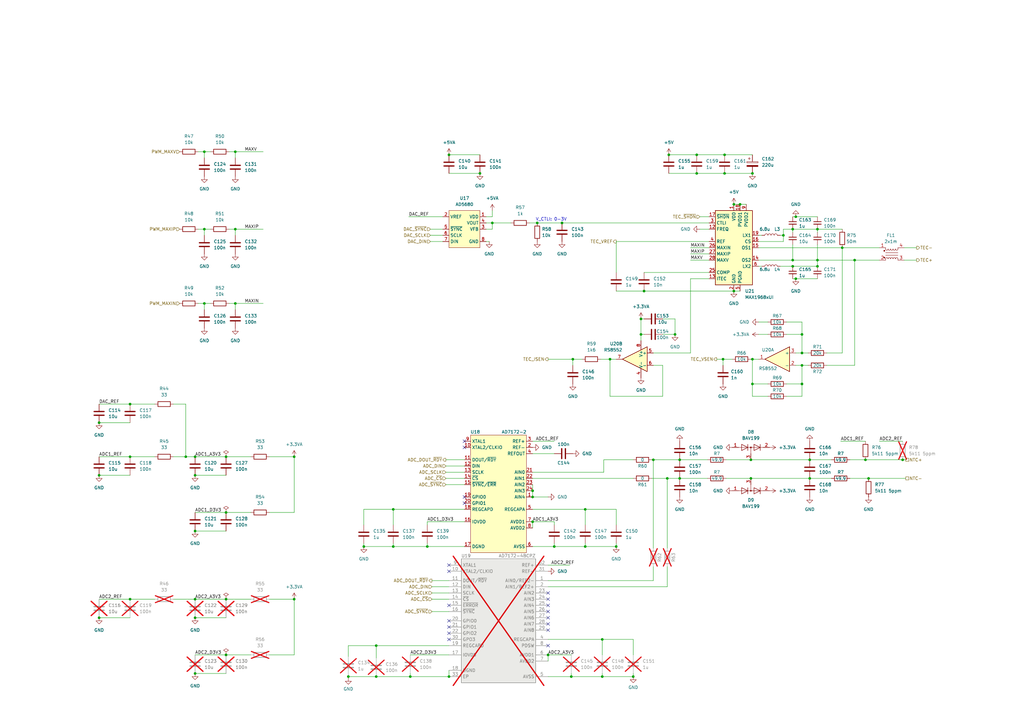
<source format=kicad_sch>
(kicad_sch (version 20230121) (generator eeschema)
  (paper "A3")
  (title_block (title "thermostat") (date "2023-11-09") (rev "r0_3") (company "M-Labs Limited") (comment 1 "Linus Woo Chun Kit"))
  (junction (at 300.99 119.38))
  (junction (at 267.97 188.595))
  (junction (at 350.52 106.68))
  (junction (at 297.18 63.5))
  (junction (at 274.32 63.5))
  (junction (at 300.99 83.82))
  (junction (at 201.93 91.44))
  (junction (at 252.73 224.155))
  (junction (at 96.52 62.23))
  (junction (at 53.34 245.745))
  (junction (at 161.29 208.915))
  (junction (at 92.71 268.605))
  (junction (at 325.12 106.68))
  (junction (at 234.95 147.32))
  (junction (at 83.82 62.23))
  (junction (at 40.64 173.355))
  (junction (at 80.01 217.805))
  (junction (at 120.65 187.325))
  (junction (at 40.64 253.365))
  (junction (at 120.65 245.745))
  (junction (at 218.44 213.995))
  (junction (at 154.305 277.495))
  (junction (at 328.93 149.86))
  (junction (at 354.965 188.595))
  (junction (at 296.545 147.32))
  (junction (at 218.44 203.835))
  (junction (at 184.15 277.495))
  (junction (at 161.29 224.155))
  (junction (at 234.315 277.495))
  (junction (at 308.61 71.12))
  (junction (at 247.015 262.255))
  (junction (at 92.71 210.185))
  (junction (at 325.12 93.98))
  (junction (at 80.01 276.225))
  (junction (at 230.505 91.44))
  (junction (at 262.89 137.16))
  (junction (at 285.75 71.12))
  (junction (at 308.61 157.48))
  (junction (at 259.715 277.495))
  (junction (at 326.39 114.3))
  (junction (at 250.19 147.32))
  (junction (at 92.71 245.745))
  (junction (at 83.82 93.98))
  (junction (at 80.01 187.325))
  (junction (at 83.82 124.46))
  (junction (at 175.26 224.155))
  (junction (at 278.765 188.595))
  (junction (at 80.01 194.945))
  (junction (at 321.31 96.52))
  (junction (at 92.71 187.325))
  (junction (at 53.34 187.325))
  (junction (at 218.44 201.295))
  (junction (at 168.275 277.495))
  (junction (at 80.01 253.365))
  (junction (at 184.15 63.5))
  (junction (at 240.03 224.155))
  (junction (at 335.28 109.22))
  (junction (at 345.44 101.6))
  (junction (at 273.685 196.215))
  (junction (at 278.765 196.215))
  (junction (at 328.93 137.16))
  (junction (at 96.52 93.98))
  (junction (at 227.33 224.155))
  (junction (at 154.305 264.795))
  (junction (at 220.345 91.44))
  (junction (at 96.52 124.46))
  (junction (at 303.53 83.82))
  (junction (at 40.64 194.945))
  (junction (at 332.105 188.595))
  (junction (at 328.93 157.48))
  (junction (at 307.975 188.595))
  (junction (at 325.12 109.22))
  (junction (at 196.85 71.12))
  (junction (at 356.235 196.215))
  (junction (at 262.89 130.81))
  (junction (at 240.03 208.915))
  (junction (at 307.975 196.215))
  (junction (at 328.93 144.78))
  (junction (at 370.205 188.595))
  (junction (at 149.225 224.155))
  (junction (at 264.16 119.38))
  (junction (at 76.2 187.325))
  (junction (at 80.01 245.745))
  (junction (at 335.28 93.98))
  (junction (at 276.86 137.16))
  (junction (at 142.875 277.495))
  (junction (at 308.61 147.32))
  (junction (at 285.75 63.5))
  (junction (at 297.18 71.12))
  (junction (at 335.28 106.68))
  (junction (at 332.105 196.215))
  (junction (at 224.79 268.605))
  (junction (at 53.34 165.735))
  (junction (at 326.39 88.9))
  (junction (at 247.015 277.495))
  (no_connect (at 190.5 180.975))
  (no_connect (at 184.15 248.285))
  (no_connect (at 190.5 183.515))
  (no_connect (at 190.5 203.835))
  (no_connect (at 190.5 206.375))
  (no_connect (at 224.79 243.205))
  (no_connect (at 224.79 250.825))
  (no_connect (at 184.15 234.315))
  (no_connect (at 184.15 231.775))
  (no_connect (at 224.79 264.795))
  (no_connect (at 184.15 262.255))
  (no_connect (at 224.79 255.905))
  (no_connect (at 184.15 257.175))
  (no_connect (at 184.15 259.715))
  (no_connect (at 224.79 248.285))
  (no_connect (at 224.79 253.365))
  (no_connect (at 184.15 254.635))
  (no_connect (at 224.79 258.445))
  (no_connect (at 224.79 245.745))
  (wire (pts (xy 320.04 96.52) (xy 321.31 96.52)))
  (wire (pts (xy 80.01 276.225) (xy 92.71 276.225)))
  (wire (pts (xy 274.32 63.5) (xy 285.75 63.5)))
  (wire (pts (xy 328.93 144.78) (xy 331.47 144.78)))
  (wire (pts (xy 218.44 201.295) (xy 218.44 203.835)))
  (wire (pts (xy 218.44 213.995) (xy 227.33 213.995)))
  (wire (pts (xy 224.79 147.32) (xy 234.95 147.32)))
  (wire (pts (xy 220.345 91.44) (xy 230.505 91.44)))
  (wire (pts (xy 40.64 245.745) (xy 53.34 245.745)))
  (wire (pts (xy 308.61 147.32) (xy 311.15 147.32)))
  (wire (pts (xy 40.64 194.945) (xy 53.34 194.945)))
  (wire (pts (xy 252.73 111.76) (xy 252.73 99.06)))
  (wire (pts (xy 142.875 277.495) (xy 142.875 278.13)))
  (wire (pts (xy 182.88 198.755) (xy 190.5 198.755)))
  (wire (pts (xy 40.64 165.735) (xy 53.34 165.735)))
  (wire (pts (xy 328.93 149.86) (xy 331.47 149.86)))
  (wire (pts (xy 92.71 268.605) (xy 102.87 268.605)))
  (wire (pts (xy 182.88 191.135) (xy 190.5 191.135)))
  (wire (pts (xy 175.26 213.995) (xy 190.5 213.995)))
  (wire (pts (xy 252.73 119.38) (xy 264.16 119.38)))
  (wire (pts (xy 224.79 268.605) (xy 224.79 271.145)))
  (wire (pts (xy 53.34 245.745) (xy 63.5 245.745)))
  (wire (pts (xy 252.73 208.915) (xy 252.73 215.265)))
  (wire (pts (xy 278.765 196.215) (xy 290.195 196.215)))
  (wire (pts (xy 149.225 215.265) (xy 149.225 208.915)))
  (wire (pts (xy 110.49 187.325) (xy 120.65 187.325)))
  (wire (pts (xy 92.71 210.185) (xy 102.87 210.185)))
  (wire (pts (xy 311.15 132.08) (xy 314.96 132.08)))
  (wire (pts (xy 278.765 188.595) (xy 290.195 188.595)))
  (wire (pts (xy 199.39 93.98) (xy 201.93 93.98)))
  (wire (pts (xy 325.12 106.68) (xy 335.28 106.68)))
  (wire (pts (xy 297.18 63.5) (xy 308.61 63.5)))
  (wire (pts (xy 250.19 147.32) (xy 252.73 147.32)))
  (wire (pts (xy 285.75 71.12) (xy 297.18 71.12)))
  (wire (pts (xy 296.545 147.32) (xy 300.355 147.32)))
  (wire (pts (xy 332.105 188.595) (xy 340.995 188.595)))
  (wire (pts (xy 264.16 119.38) (xy 300.99 119.38)))
  (wire (pts (xy 176.53 99.06) (xy 181.61 99.06)))
  (wire (pts (xy 322.58 157.48) (xy 328.93 157.48)))
  (wire (pts (xy 177.165 245.745) (xy 184.15 245.745)))
  (wire (pts (xy 80.01 253.365) (xy 92.71 253.365)))
  (wire (pts (xy 71.12 245.745) (xy 80.01 245.745)))
  (wire (pts (xy 227.33 213.995) (xy 227.33 215.265)))
  (wire (pts (xy 83.82 93.98) (xy 86.36 93.98)))
  (wire (pts (xy 339.09 144.78) (xy 345.44 144.78)))
  (wire (pts (xy 271.78 162.56) (xy 271.78 149.86)))
  (wire (pts (xy 184.15 63.5) (xy 196.85 63.5)))
  (wire (pts (xy 218.44 208.915) (xy 240.03 208.915)))
  (wire (pts (xy 218.44 213.995) (xy 218.44 216.535)))
  (wire (pts (xy 149.225 208.915) (xy 161.29 208.915)))
  (wire (pts (xy 149.225 224.155) (xy 161.29 224.155)))
  (wire (pts (xy 247.015 277.495) (xy 259.715 277.495)))
  (wire (pts (xy 321.31 93.98) (xy 325.12 93.98)))
  (wire (pts (xy 350.52 106.68) (xy 350.52 149.86)))
  (wire (pts (xy 199.39 99.06) (xy 200.66 99.06)))
  (wire (pts (xy 142.875 277.495) (xy 154.305 277.495)))
  (wire (pts (xy 96.52 124.46) (xy 96.52 127)))
  (wire (pts (xy 154.305 264.795) (xy 154.305 269.875)))
  (wire (pts (xy 325.12 109.22) (xy 335.28 109.22)))
  (wire (pts (xy 287.02 88.9) (xy 290.83 88.9)))
  (wire (pts (xy 283.21 101.6) (xy 290.83 101.6)))
  (wire (pts (xy 176.53 96.52) (xy 181.61 96.52)))
  (wire (pts (xy 271.78 149.86) (xy 267.97 149.86)))
  (wire (pts (xy 182.88 188.595) (xy 190.5 188.595)))
  (wire (pts (xy 262.89 137.16) (xy 262.89 139.7)))
  (wire (pts (xy 345.44 101.6) (xy 345.44 144.78)))
  (wire (pts (xy 326.39 144.78) (xy 328.93 144.78)))
  (wire (pts (xy 283.21 144.78) (xy 267.97 144.78)))
  (wire (pts (xy 247.65 193.675) (xy 247.65 188.595)))
  (wire (pts (xy 184.15 71.12) (xy 196.85 71.12)))
  (wire (pts (xy 311.15 101.6) (xy 345.44 101.6)))
  (wire (pts (xy 234.95 149.86) (xy 234.95 147.32)))
  (wire (pts (xy 96.52 124.46) (xy 107.95 124.46)))
  (wire (pts (xy 240.03 208.915) (xy 252.73 208.915)))
  (wire (pts (xy 234.315 276.225) (xy 234.315 277.495)))
  (wire (pts (xy 267.97 232.41) (xy 267.97 238.125)))
  (wire (pts (xy 335.28 106.68) (xy 350.52 106.68)))
  (wire (pts (xy 182.88 193.675) (xy 190.5 193.675)))
  (wire (pts (xy 325.12 95.25) (xy 325.12 93.98)))
  (wire (pts (xy 154.305 264.795) (xy 184.15 264.795)))
  (wire (pts (xy 348.615 196.215) (xy 356.235 196.215)))
  (wire (pts (xy 120.65 268.605) (xy 120.65 245.745)))
  (wire (pts (xy 199.39 88.9) (xy 201.93 88.9)))
  (wire (pts (xy 335.28 100.33) (xy 335.28 106.68)))
  (wire (pts (xy 224.79 277.495) (xy 234.315 277.495)))
  (wire (pts (xy 93.98 93.98) (xy 96.52 93.98)))
  (wire (pts (xy 264.16 130.81) (xy 262.89 130.81)))
  (wire (pts (xy 325.12 88.9) (xy 326.39 88.9)))
  (wire (pts (xy 250.19 162.56) (xy 271.78 162.56)))
  (wire (pts (xy 322.58 132.08) (xy 328.93 132.08)))
  (wire (pts (xy 273.685 232.41) (xy 273.685 240.665)))
  (wire (pts (xy 83.82 62.23) (xy 83.82 64.77)))
  (wire (pts (xy 161.29 222.885) (xy 161.29 224.155)))
  (wire (pts (xy 80.01 217.805) (xy 92.71 217.805)))
  (wire (pts (xy 307.975 196.215) (xy 332.105 196.215)))
  (wire (pts (xy 264.16 111.76) (xy 290.83 111.76)))
  (wire (pts (xy 247.015 262.255) (xy 259.715 262.255)))
  (wire (pts (xy 167.64 88.9) (xy 181.61 88.9)))
  (wire (pts (xy 246.38 147.32) (xy 250.19 147.32)))
  (wire (pts (xy 247.015 276.225) (xy 247.015 277.495)))
  (wire (pts (xy 267.97 188.595) (xy 267.97 224.79)))
  (wire (pts (xy 53.34 187.325) (xy 63.5 187.325)))
  (wire (pts (xy 240.03 222.885) (xy 240.03 224.155)))
  (wire (pts (xy 110.49 268.605) (xy 120.65 268.605)))
  (wire (pts (xy 177.165 240.665) (xy 184.15 240.665)))
  (wire (pts (xy 370.84 101.6) (xy 375.92 101.6)))
  (wire (pts (xy 201.93 88.9) (xy 201.93 86.36)))
  (wire (pts (xy 311.15 106.68) (xy 325.12 106.68)))
  (wire (pts (xy 325.12 100.33) (xy 325.12 106.68)))
  (wire (pts (xy 234.95 147.32) (xy 238.76 147.32)))
  (wire (pts (xy 40.64 187.325) (xy 53.34 187.325)))
  (wire (pts (xy 177.165 250.825) (xy 184.15 250.825)))
  (wire (pts (xy 247.65 188.595) (xy 259.715 188.595)))
  (wire (pts (xy 83.82 124.46) (xy 83.82 127)))
  (wire (pts (xy 328.93 137.16) (xy 328.93 144.78)))
  (wire (pts (xy 175.26 224.155) (xy 190.5 224.155)))
  (wire (pts (xy 168.275 268.605) (xy 184.15 268.605)))
  (wire (pts (xy 177.165 243.205) (xy 184.15 243.205)))
  (wire (pts (xy 92.71 187.325) (xy 102.87 187.325)))
  (wire (pts (xy 218.44 186.055) (xy 227.33 186.055)))
  (wire (pts (xy 110.49 245.745) (xy 120.65 245.745)))
  (wire (pts (xy 247.015 262.255) (xy 247.015 268.605)))
  (wire (pts (xy 92.71 245.745) (xy 102.87 245.745)))
  (wire (pts (xy 360.68 180.975) (xy 370.205 180.975)))
  (wire (pts (xy 311.15 99.06) (xy 321.31 99.06)))
  (wire (pts (xy 267.97 188.595) (xy 278.765 188.595)))
  (wire (pts (xy 297.815 196.215) (xy 307.975 196.215)))
  (wire (pts (xy 142.875 264.795) (xy 142.875 269.24)))
  (wire (pts (xy 80.01 268.605) (xy 92.71 268.605)))
  (wire (pts (xy 96.52 93.98) (xy 96.52 96.52)))
  (wire (pts (xy 311.15 137.16) (xy 314.96 137.16)))
  (wire (pts (xy 326.39 149.86) (xy 328.93 149.86)))
  (wire (pts (xy 308.61 157.48) (xy 308.61 162.56)))
  (wire (pts (xy 53.34 165.735) (xy 63.5 165.735)))
  (wire (pts (xy 370.205 188.595) (xy 371.475 188.595)))
  (wire (pts (xy 71.12 165.735) (xy 76.2 165.735)))
  (wire (pts (xy 326.39 114.3) (xy 335.28 114.3)))
  (wire (pts (xy 325.12 114.3) (xy 326.39 114.3)))
  (wire (pts (xy 76.2 165.735) (xy 76.2 187.325)))
  (wire (pts (xy 218.44 203.835) (xy 224.79 203.835)))
  (wire (pts (xy 273.685 240.665) (xy 224.79 240.665)))
  (wire (pts (xy 154.305 277.495) (xy 168.275 277.495)))
  (wire (pts (xy 247.65 193.675) (xy 218.44 193.675)))
  (wire (pts (xy 252.73 222.885) (xy 252.73 224.155)))
  (wire (pts (xy 199.39 91.44) (xy 201.93 91.44)))
  (wire (pts (xy 328.93 162.56) (xy 328.93 157.48)))
  (wire (pts (xy 110.49 210.185) (xy 120.65 210.185)))
  (wire (pts (xy 83.82 93.98) (xy 83.82 96.52)))
  (wire (pts (xy 93.98 62.23) (xy 96.52 62.23)))
  (wire (pts (xy 230.505 91.44) (xy 290.83 91.44)))
  (wire (pts (xy 287.02 93.98) (xy 290.83 93.98)))
  (wire (pts (xy 322.58 137.16) (xy 328.93 137.16)))
  (wire (pts (xy 80.01 194.945) (xy 92.71 194.945)))
  (wire (pts (xy 177.165 238.125) (xy 184.15 238.125)))
  (wire (pts (xy 184.15 274.955) (xy 184.15 277.495)))
  (wire (pts (xy 276.86 130.81) (xy 276.86 137.16)))
  (wire (pts (xy 201.93 93.98) (xy 201.93 91.44)))
  (wire (pts (xy 218.44 180.975) (xy 227.33 180.975)))
  (wire (pts (xy 322.58 162.56) (xy 328.93 162.56)))
  (wire (pts (xy 328.93 132.08) (xy 328.93 137.16)))
  (wire (pts (xy 40.64 173.355) (xy 53.34 173.355)))
  (wire (pts (xy 176.53 93.98) (xy 181.61 93.98)))
  (wire (pts (xy 81.28 93.98) (xy 83.82 93.98)))
  (wire (pts (xy 80.01 187.325) (xy 92.71 187.325)))
  (wire (pts (xy 273.685 196.215) (xy 273.685 224.79)))
  (wire (pts (xy 273.685 196.215) (xy 278.765 196.215)))
  (wire (pts (xy 335.28 95.25) (xy 335.28 93.98)))
  (wire (pts (xy 96.52 62.23) (xy 107.95 62.23)))
  (wire (pts (xy 321.31 99.06) (xy 321.31 96.52)))
  (wire (pts (xy 175.26 222.885) (xy 175.26 224.155)))
  (wire (pts (xy 218.44 198.755) (xy 218.44 201.295)))
  (wire (pts (xy 76.2 187.325) (xy 80.01 187.325)))
  (wire (pts (xy 344.805 180.975) (xy 354.965 180.975)))
  (wire (pts (xy 120.65 210.185) (xy 120.65 187.325)))
  (wire (pts (xy 224.79 268.605) (xy 234.315 268.605)))
  (wire (pts (xy 224.79 262.255) (xy 247.015 262.255)))
  (wire (pts (xy 218.44 196.215) (xy 259.715 196.215)))
  (wire (pts (xy 271.78 137.16) (xy 276.86 137.16)))
  (wire (pts (xy 311.15 96.52) (xy 312.42 96.52)))
  (wire (pts (xy 283.21 114.3) (xy 290.83 114.3)))
  (wire (pts (xy 348.615 188.595) (xy 354.965 188.595)))
  (wire (pts (xy 96.52 93.98) (xy 107.95 93.98)))
  (wire (pts (xy 81.28 62.23) (xy 83.82 62.23)))
  (wire (pts (xy 240.03 208.915) (xy 240.03 215.265)))
  (wire (pts (xy 264.16 137.16) (xy 262.89 137.16)))
  (wire (pts (xy 321.31 96.52) (xy 321.31 93.98)))
  (wire (pts (xy 335.28 106.68) (xy 335.28 109.22)))
  (wire (pts (xy 217.17 91.44) (xy 220.345 91.44)))
  (wire (pts (xy 332.105 196.215) (xy 340.995 196.215)))
  (wire (pts (xy 335.28 93.98) (xy 345.44 93.98)))
  (wire (pts (xy 274.32 71.12) (xy 285.75 71.12)))
  (wire (pts (xy 267.335 188.595) (xy 267.97 188.595)))
  (wire (pts (xy 262.89 130.81) (xy 262.89 137.16)))
  (wire (pts (xy 168.275 277.495) (xy 184.15 277.495)))
  (wire (pts (xy 250.19 147.32) (xy 250.19 162.56)))
  (wire (pts (xy 356.235 196.215) (xy 371.475 196.215)))
  (wire (pts (xy 285.75 63.5) (xy 297.18 63.5)))
  (wire (pts (xy 182.88 196.215) (xy 190.5 196.215)))
  (wire (pts (xy 307.975 188.595) (xy 332.105 188.595)))
  (wire (pts (xy 168.275 277.495) (xy 168.275 276.225)))
  (wire (pts (xy 81.28 124.46) (xy 83.82 124.46)))
  (wire (pts (xy 300.99 83.82) (xy 303.53 83.82)))
  (wire (pts (xy 83.82 124.46) (xy 86.36 124.46)))
  (wire (pts (xy 350.52 106.68) (xy 360.68 106.68)))
  (wire (pts (xy 297.815 188.595) (xy 307.975 188.595)))
  (wire (pts (xy 283.21 114.3) (xy 283.21 144.78)))
  (wire (pts (xy 80.01 210.185) (xy 92.71 210.185)))
  (wire (pts (xy 294.005 147.32) (xy 296.545 147.32)))
  (wire (pts (xy 96.52 62.23) (xy 96.52 64.77)))
  (wire (pts (xy 345.44 101.6) (xy 360.68 101.6)))
  (wire (pts (xy 370.84 106.68) (xy 375.92 106.68)))
  (wire (pts (xy 252.73 99.06) (xy 290.83 99.06)))
  (wire (pts (xy 328.93 157.48) (xy 328.93 149.86)))
  (wire (pts (xy 314.96 157.48) (xy 308.61 157.48)))
  (wire (pts (xy 93.98 124.46) (xy 96.52 124.46)))
  (wire (pts (xy 259.715 276.225) (xy 259.715 277.495)))
  (wire (pts (xy 267.97 238.125) (xy 224.79 238.125)))
  (wire (pts (xy 227.33 222.885) (xy 227.33 224.155)))
  (wire (pts (xy 80.01 245.745) (xy 92.71 245.745)))
  (wire (pts (xy 218.44 224.155) (xy 227.33 224.155)))
  (wire (pts (xy 300.99 119.38) (xy 303.53 119.38)))
  (wire (pts (xy 307.975 147.32) (xy 308.61 147.32)))
  (wire (pts (xy 71.12 187.325) (xy 76.2 187.325)))
  (wire (pts (xy 296.545 149.86) (xy 296.545 147.32)))
  (wire (pts (xy 161.29 224.155) (xy 175.26 224.155)))
  (wire (pts (xy 308.61 157.48) (xy 308.61 147.32)))
  (wire (pts (xy 303.53 83.82) (xy 306.07 83.82)))
  (wire (pts (xy 271.78 130.81) (xy 276.86 130.81)))
  (wire (pts (xy 224.79 231.775) (xy 233.68 231.775)))
  (wire (pts (xy 201.93 91.44) (xy 209.55 91.44)))
  (wire (pts (xy 308.61 162.56) (xy 314.96 162.56)))
  (wire (pts (xy 83.82 62.23) (xy 86.36 62.23)))
  (wire (pts (xy 354.965 188.595) (xy 370.205 188.595)))
  (wire (pts (xy 161.29 208.915) (xy 161.29 215.265)))
  (wire (pts (xy 326.39 88.9) (xy 335.28 88.9)))
  (wire (pts (xy 234.315 277.495) (xy 247.015 277.495)))
  (wire (pts (xy 40.64 253.365) (xy 53.34 253.365)))
  (wire (pts (xy 311.15 109.22) (xy 312.42 109.22)))
  (wire (pts (xy 227.33 224.155) (xy 240.03 224.155)))
  (wire (pts (xy 320.04 109.22) (xy 325.12 109.22)))
  (wire (pts (xy 339.09 149.86) (xy 350.52 149.86)))
  (wire (pts (xy 297.18 71.12) (xy 308.61 71.12)))
  (wire (pts (xy 267.335 196.215) (xy 273.685 196.215)))
  (wire (pts (xy 161.29 208.915) (xy 190.5 208.915)))
  (wire (pts (xy 283.21 104.14) (xy 290.83 104.14)))
  (wire (pts (xy 283.21 106.68) (xy 290.83 106.68)))
  (wire (pts (xy 240.03 224.155) (xy 252.73 224.155)))
  (wire (pts (xy 142.875 276.86) (xy 142.875 277.495)))
  (wire (pts (xy 149.225 222.885) (xy 149.225 224.155)))
  (wire (pts (xy 154.305 264.795) (xy 142.875 264.795)))
  (wire (pts (xy 259.715 262.255) (xy 259.715 268.605)))
  (wire (pts (xy 325.12 93.98) (xy 335.28 93.98)))
  (wire (pts (xy 175.26 213.995) (xy 175.26 215.265)))
  (text "V_CTLI: 0-3V" (at 219.71 90.805 0) (effects (font (size 1.27 1.27)) (justify left bottom)))
  (label "DAC_REF" (at 167.64 88.9 0))
  (label "ADC1_D3V3" (at 175.26 213.995 0))
  (label "MAXV" (at 100.33 62.23 0))
  (label "MAXIN" (at 100.33 124.46 0))
  (label "ADC2_D3V3" (at 80.01 268.605 0))
  (label "ADC2_REF" (at 40.64 245.745 0))
  (label "ADC1_REF" (at 40.64 187.325 0))
  (label "ADC2_A3V3" (at 80.01 245.745 0))
  (label "MAXIN" (at 283.21 101.6 0))
  (label "ADC1_A3V3" (at 80.01 187.325 0))
  (label "MAXV" (at 283.21 106.68 0))
  (label "DAC_REF" (at 40.64 165.735 0))
  (label "MAXIP" (at 100.33 93.98 0))
  (label "ADC1_REF" (at 344.805 180.975 0))
  (label "ADC1_D3V3" (at 80.01 210.185 0))
  (label "ADC1_REF" (at 219.71 180.975 0))
  (label "ADC1_A3V3" (at 218.44 213.995 0))
  (label "ADC2_A3V3" (at 224.79 268.605 0))
  (label "MAXIP" (at 283.21 104.14 0))
  (label "ADC2_REF" (at 360.68 180.975 0))
  (label "ADC2_D3V3" (at 168.275 268.605 0))
  (label "ADC2_REF" (at 226.06 231.775 0))
  (hierarchical_label "ADC_DOUT_~{RDY}" (shape output) (at 182.88 188.595 180))
  (hierarchical_label "TEC+" (shape output) (at 375.92 106.68 0))
  (hierarchical_label "PWM_MAXIP" (shape input) (at 73.66 93.98 180))
  (hierarchical_label "DAC_DIN" (shape input) (at 176.53 99.06 180))
  (hierarchical_label "PWM_MAXIN" (shape input) (at 73.66 124.46 180))
  (hierarchical_label "TEC_VREF" (shape output) (at 252.73 99.06 180))
  (hierarchical_label "ADC_~{SYNC}" (shape input) (at 177.165 250.825 180))
  (hierarchical_label "TEC_~{SHDN}" (shape input) (at 287.02 88.9 180))
  (hierarchical_label "DAC_SCLK" (shape input) (at 176.53 96.52 180))
  (hierarchical_label "ADC_~{CS}" (shape input) (at 177.165 245.745 180))
  (hierarchical_label "TEC_ISEN" (shape output) (at 224.79 147.32 180))
  (hierarchical_label "ADC_~{CS}" (shape input) (at 182.88 196.215 180))
  (hierarchical_label "NTC-" (shape passive) (at 371.475 196.215 0))
  (hierarchical_label "ADC_DIN" (shape input) (at 182.88 191.135 180))
  (hierarchical_label "NTC+" (shape passive) (at 371.475 188.595 0))
  (hierarchical_label "TEC-" (shape output) (at 375.92 101.6 0))
  (hierarchical_label "PWM_MAXV" (shape input) (at 73.66 62.23 180))
  (hierarchical_label "ADC_SCLK" (shape input) (at 182.88 193.675 180))
  (hierarchical_label "ADC_DIN" (shape input) (at 177.165 240.665 180))
  (hierarchical_label "TEC_VSEN" (shape output) (at 294.005 147.32 180))
  (hierarchical_label "ADC_~{SYNC}" (shape input) (at 182.88 198.755 180))
  (hierarchical_label "ADC_DOUT_~{RDY}" (shape output) (at 177.165 238.125 180))
  (hierarchical_label "DAC_~{SYNC}" (shape input) (at 176.53 93.98 180))
  (hierarchical_label "ADC_SCLK" (shape input) (at 177.165 243.205 180))
  (symbol (lib_id "power:GND") (at 80.01 276.225 0) (unit 1)
    (property "Reference" "#PWR0105" (effects hide))
    (property "Value" "GND" (at 80.01 281.305 0))
  )
  (symbol (lib_id "power:GND") (at 80.01 194.945 0) (unit 1)
    (property "Reference" "#PWR0102" (effects hide))
    (property "Value" "GND" (at 80.01 200.025 0))
  )
  (symbol (lib_id "Device:R") (at 273.685 228.6 180) (unit 1) (dnp yes)
    (property "Reference" "R63" (at 276.225 228.6 90))
    (property "Value" "0" (at 273.685 228.6 90))
    (property "Footprint" "Resistor_SMD:R_0603_1608Metric" (effects hide))
    (property "MFR_PN" "RMCF0603ZT0R00" (effects hide))
    (property "MFR_PN_ALT" "CR0603-J/-000ELF" (effects hide))
  )
  (symbol (lib_id "Device:C") (at 240.03 219.075 0) (unit 1)
    (property "Reference" "C147" (at 243.84 217.8049 0) (effects (justify left)))
    (property "Value" "100n" (at 243.84 220.3449 0) (effects (justify left)))
    (property "Footprint" "Capacitor_SMD:C_0603_1608Metric" (effects hide))
    (property "MFR_PN" "CL10B104KB8NNWC" (effects hide))
    (property "MFR_PN_ALT" "CL10B104KB8NNNL" (effects hide))
  )
  (symbol (lib_id "Device:C") (at 175.26 219.075 0) (unit 1)
    (property "Reference" "C139" (at 179.07 217.8049 0) (effects (justify left)))
    (property "Value" "100n" (at 179.07 220.3449 0) (effects (justify left)))
    (property "Footprint" "Capacitor_SMD:C_0603_1608Metric" (effects hide))
    (property "MFR_PN" "CL10B104KB8NNWC" (effects hide))
    (property "MFR_PN_ALT" "CL10B104KB8NNNL" (effects hide))
  )
  (symbol (lib_id "kirdy:AD5680") (at 190.5 101.6 0) (unit 1)
    (property "Reference" "U17" (at 190.5 81.28 0))
    (property "Value" "AD5680" (at 190.5 83.82 0))
    (property "Footprint" "Package_TO_SOT_SMD:SOT-23-8" (effects hide))
    (property "Datasheet" "https://www.analog.com/media/en/technical-documentation/data-sheets/ad5680.pdf" (effects hide))
    (property "MFR_PN" "AD5680BRJZ" (effects hide))
  )
  (symbol (lib_id "Device:C") (at 53.34 249.555 0) (unit 1) (dnp yes)
    (property "Reference" "C119" (at 57.15 248.2849 0) (effects (justify left)))
    (property "Value" "100n" (at 57.15 250.8249 0) (effects (justify left)))
    (property "Footprint" "Capacitor_SMD:C_0603_1608Metric" (effects hide))
    (property "MFR_PN" "CL10B104KB8NNWC" (effects hide))
    (property "MFR_PN_ALT" "CL10B104KB8NNNL" (effects hide))
  )
  (symbol (lib_id "power:GND") (at 40.64 194.945 0) (unit 1)
    (property "Reference" "#PWR0100" (effects hide))
    (property "Value" "GND" (at 40.64 200.025 0))
  )
  (symbol (lib_id "power:GND") (at 200.66 99.06 0) (unit 1)
    (property "Reference" "#PWR0118" (effects hide))
    (property "Value" "GND" (at 200.66 104.14 0))
  )
  (symbol (lib_id "Device:C") (at 80.01 213.995 0) (unit 1)
    (property "Reference" "C121" (at 83.82 212.7249 0) (effects (justify left)))
    (property "Value" "10u" (at 83.82 215.2649 0) (effects (justify left)))
    (property "Footprint" "Capacitor_SMD:C_0805_2012Metric" (effects hide))
    (property "MFR_PN" "CL21B106KOQNNNG" (effects hide))
    (property "MFR_PN_ALT" "CL21B106KOQNNNE" (effects hide))
  )
  (symbol (lib_id "Device:R") (at 345.44 97.79 180) (unit 1)
    (property "Reference" "R75" (at 349.25 96.52 0))
    (property "Value" "50m" (at 349.25 99.06 0))
    (property "Footprint" "Resistor_SMD:R_2010_5025Metric" (effects hide))
    (property "MFR_PN" "CRM2010-FX-R050ELF" (effects hide))
    (property "MFR_PN_ALT" "WSL2010R0500FEA18" (effects hide))
  )
  (symbol (lib_id "Device:C") (at 154.305 273.685 0) (unit 1) (dnp yes)
    (property "Reference" "C136" (at 158.115 272.4149 0) (effects (justify left)))
    (property "Value" "100n" (at 158.115 274.9549 0) (effects (justify left)))
    (property "Footprint" "Capacitor_SMD:C_0603_1608Metric" (effects hide))
    (property "MFR_PN" "CL10B104KB8NNWC" (effects hide))
    (property "MFR_PN_ALT" "CL10B104KB8NNNL" (effects hide))
  )
  (symbol (lib_id "Device:C") (at 252.73 219.075 0) (unit 1)
    (property "Reference" "C150" (at 256.54 217.8049 0) (effects (justify left)))
    (property "Value" "1u" (at 256.54 220.3449 0) (effects (justify left)))
    (property "Footprint" "Capacitor_SMD:C_0603_1608Metric" (effects hide))
    (property "MFR_PN" "CL10B105KA8NNNC" (effects hide))
    (property "MFR_PN_ALT" "CGA3E1X7R1E105K080AC" (effects hide))
  )
  (symbol (lib_id "power:+3.3VA") (at 120.65 187.325 0) (unit 1)
    (property "Reference" "#PWR0112" (effects hide))
    (property "Value" "+3.3VA" (at 120.65 182.245 0))
  )
  (symbol (lib_id "power:+5V") (at 274.32 63.5 0) (unit 1)
    (property "Reference" "#PWR0131" (effects hide))
    (property "Value" "+5V" (at 274.32 58.42 0))
  )
  (symbol (lib_id "Device:R") (at 106.68 210.185 90) (unit 1)
    (property "Reference" "R54" (at 106.68 203.835 90))
    (property "Value" "33" (at 106.68 206.375 90))
    (property "Footprint" "Resistor_SMD:R_0603_1608Metric" (effects hide))
    (property "MFR_PN" "RC0603FR-0733RL" (effects hide))
    (property "MFR_PN_ALT" "CRGCQ0603F33R" (effects hide))
  )
  (symbol (lib_id "Device:Filter_EMI_LL_1423") (at 365.76 104.14 0) (mirror x) (unit 1)
    (property "Reference" "FL1" (at 365.379 96.52 0))
    (property "Value" "2x1m" (at 365.379 99.06 0))
    (property "Footprint" "Inductor_SMD:L_CommonModeChoke_Wuerth_WE-SL5" (effects hide))
    (property "MFR_PN" "744273501" (effects hide))
  )
  (symbol (lib_id "Device:R") (at 318.77 132.08 90) (unit 1)
    (property "Reference" "R67" (at 318.77 129.54 90))
    (property "Value" "10k" (at 318.77 132.08 90))
    (property "Footprint" "Resistor_SMD:R_0603_1608Metric" (effects hide))
    (property "MFR_PN" "RNCP0603FTD10K0" (effects hide))
    (property "MFR_PN_ALT" "RMCF0603FT10K0" (effects hide))
  )
  (symbol (lib_id "power:GND") (at 83.82 104.14 0) (unit 1)
    (property "Reference" "#PWR0107" (effects hide))
    (property "Value" "GND" (at 83.82 109.22 0))
  )
  (symbol (lib_id "Device:R") (at 90.17 62.23 90) (unit 1)
    (property "Reference" "R50" (at 90.17 55.88 90))
    (property "Value" "10k" (at 90.17 58.42 90))
    (property "Footprint" "Resistor_SMD:R_0603_1608Metric" (effects hide))
    (property "MFR_PN" "RNCP0603FTD10K0" (effects hide))
    (property "MFR_PN_ALT" "RMCF0603FT10K0" (effects hide))
  )
  (symbol (lib_id "Device:C") (at 296.545 153.67 0) (unit 1)
    (property "Reference" "C160" (at 299.72 152.4 0) (effects (justify left)))
    (property "Value" "1n" (at 299.72 154.94 0) (effects (justify left)))
    (property "Footprint" "Capacitor_SMD:C_0603_1608Metric" (effects hide))
    (property "MFR_PN" "0603N102G250CT" (effects hide))
  )
  (symbol (lib_id "Device:R") (at 294.005 188.595 270) (unit 1)
    (property "Reference" "R7" (at 294.005 186.055 90))
    (property "Value" "49.9" (at 294.005 188.595 90))
    (property "Footprint" "Resistor_SMD:R_0603_1608Metric" (effects hide))
    (property "MFR_PN" "RT0603DRE0749R9L" (effects hide))
    (instances (project "kirdy" (path "" (reference "R7") (unit 1)) (path "" (reference "R64") (unit 1))))
  )
  (symbol (lib_id "kirdy:RS8552") (at 260.35 147.32 0) (mirror y) (unit 3)
    (property "Reference" "U20" (effects hide))
    (property "Value" "RS8552" (effects hide))
    (property "Footprint" "Package_SO:SOIC-8_3.9x4.9mm_P1.27mm" (effects hide))
    (property "Datasheet" "https://datasheet.lcsc.com/lcsc/2010160333_Jiangsu-RUNIC-Tech-RS8554XP_C236997.pdf" (effects hide))
    (property "MFR_PN" "RS8552XK" (effects hide))
  )
  (symbol (lib_id "power:GND") (at 308.61 71.12 0) (unit 1)
    (property "Reference" "#PWR0141" (effects hide))
    (property "Value" "GND" (at 308.61 76.2 0))
  )
  (symbol (lib_id "Device:R") (at 294.005 196.215 270) (unit 1)
    (property "Reference" "R7" (at 294.005 193.675 90))
    (property "Value" "49.9" (at 294.005 196.215 90))
    (property "Footprint" "Resistor_SMD:R_0603_1608Metric" (effects hide))
    (property "MFR_PN" "RT0603DRE0749R9L" (effects hide))
    (instances (project "kirdy" (path "" (reference "R7") (unit 1)) (path "" (reference "R65") (unit 1))))
  )
  (symbol (lib_id "Device:R") (at 106.68 245.745 90) (unit 1) (dnp yes)
    (property "Reference" "R55" (at 106.68 239.395 90))
    (property "Value" "33" (at 106.68 241.935 90))
    (property "Footprint" "Resistor_SMD:R_0603_1608Metric" (effects hide))
    (property "MFR_PN" "RC0603FR-0733RL" (effects hide))
    (property "MFR_PN_ALT" "CRGCQ0603F33R" (effects hide))
  )
  (symbol (lib_id "power:GND") (at 311.15 132.08 270) (unit 1)
    (property "Reference" "#PWR0142" (effects hide))
    (property "Value" "GND" (at 307.34 132.0799 90) (effects (justify right)))
  )
  (symbol (lib_id "kirdy:AD7172-2") (at 204.47 205.105 0) (mirror y) (unit 1)
    (property "Reference" "U18" (at 194.945 177.165 0))
    (property "Value" "AD7172-2" (at 210.82 177.165 0))
    (property "Footprint" "Package_SO:TSSOP-24_4.4x7.8mm_P0.65mm" (effects hide))
    (property "Datasheet" "https://www.analog.com/media/en/technical-documentation/data-sheets/ad7172-2.pdf" (effects hide))
    (property "MFR_PN" "AD7172-2BRUZ" (effects hide))
  )
  (symbol (lib_id "Device:C") (at 92.71 272.415 0) (unit 1) (dnp yes)
    (property "Reference" "C130" (at 96.52 271.1449 0) (effects (justify left)))
    (property "Value" "100n" (at 96.52 273.6849 0) (effects (justify left)))
    (property "Footprint" "Capacitor_SMD:C_0603_1608Metric" (effects hide))
    (property "MFR_PN" "CL10B104KB8NNWC" (effects hide))
    (property "MFR_PN_ALT" "CL10B104KB8NNNL" (effects hide))
  )
  (symbol (lib_id "Device:C") (at 92.71 191.135 0) (unit 1)
    (property "Reference" "C127" (at 96.52 189.8649 0) (effects (justify left)))
    (property "Value" "100n" (at 96.52 192.4049 0) (effects (justify left)))
    (property "Footprint" "Capacitor_SMD:C_0603_1608Metric" (effects hide))
    (property "MFR_PN" "CL10B104KB8NNWC" (effects hide))
    (property "MFR_PN_ALT" "CL10B104KB8NNNL" (effects hide))
  )
  (symbol (lib_id "power:GND") (at 83.82 134.62 0) (unit 1)
    (property "Reference" "#PWR0108" (effects hide))
    (property "Value" "GND" (at 83.82 139.7 0))
  )
  (symbol (lib_id "Device:L") (at 316.23 109.22 90) (unit 1)
    (property "Reference" "L4" (at 318.77 110.49 90))
    (property "Value" "6.8u" (at 313.69 110.49 90))
    (property "Footprint" "Inductor_SMD:L_Wuerth_MAPI-4030" (effects hide))
    (property "MFR_PN" "74438357068" (effects hide))
  )
  (symbol (lib_id "power:GND") (at 234.95 186.055 90) (unit 1)
    (property "Reference" "#PWR0126" (effects hide))
    (property "Value" "GND" (at 238.76 186.0549 90) (effects (justify right)))
  )
  (symbol (lib_id "Device:R") (at 77.47 93.98 90) (unit 1)
    (property "Reference" "R48" (at 77.47 87.63 90))
    (property "Value" "10k" (at 77.47 90.17 90))
    (property "Footprint" "Resistor_SMD:R_0603_1608Metric" (effects hide))
    (property "MFR_PN" "RNCP0603FTD10K0" (effects hide))
    (property "MFR_PN_ALT" "RMCF0603FT10K0" (effects hide))
  )
  (symbol (lib_id "Device:C") (at 40.64 191.135 0) (unit 1)
    (property "Reference" "C115" (at 44.45 189.8649 0) (effects (justify left)))
    (property "Value" "10u" (at 44.45 192.4049 0) (effects (justify left)))
    (property "Footprint" "Capacitor_SMD:C_0805_2012Metric" (effects hide))
    (property "MFR_PN" "CL21B106KOQNNNG" (effects hide))
    (property "MFR_PN_ALT" "CL21B106KOQNNNE" (effects hide))
  )
  (symbol (lib_id "Device:C") (at 278.765 192.405 0) (unit 1)
    (property "Reference" "C157" (at 282.575 191.1349 0) (effects (justify left)))
    (property "Value" "100n" (at 282.575 193.6749 0) (effects (justify left)))
    (property "Footprint" "Capacitor_SMD:C_0603_1608Metric" (effects hide))
    (property "MFR_PN" "CL10B104KB8NNWC" (effects hide))
    (property "MFR_PN_ALT" "CL10B104KB8NNNL" (effects hide))
  )
  (symbol (lib_id "power:GND") (at 96.52 72.39 0) (unit 1)
    (property "Reference" "#PWR0109" (effects hide))
    (property "Value" "GND" (at 96.52 77.47 0))
  )
  (symbol (lib_id "Device:C") (at 297.18 67.31 0) (unit 1)
    (property "Reference" "C161" (at 300.99 66.0399 0) (effects (justify left)))
    (property "Value" "1u" (at 300.99 68.5799 0) (effects (justify left)))
    (property "Footprint" "Capacitor_SMD:C_0603_1608Metric" (effects hide))
    (property "MFR_PN" "CL10B105KA8NNNC" (effects hide))
    (property "MFR_PN_ALT" "CGA3E1X7R1E105K080AC" (effects hide))
  )
  (symbol (lib_id "Device:C") (at 285.75 67.31 0) (unit 1)
    (property "Reference" "C159" (at 289.56 66.0399 0) (effects (justify left)))
    (property "Value" "1u" (at 289.56 68.5799 0) (effects (justify left)))
    (property "Footprint" "Capacitor_SMD:C_0603_1608Metric" (effects hide))
    (property "MFR_PN" "CL10B105KA8NNNC" (effects hide))
    (property "MFR_PN_ALT" "CGA3E1X7R1E105K080AC" (effects hide))
  )
  (symbol (lib_id "Device:C") (at 40.64 169.545 0) (unit 1)
    (property "Reference" "C114" (at 44.45 168.2749 0) (effects (justify left)))
    (property "Value" "10u" (at 44.45 170.8149 0) (effects (justify left)))
    (property "Footprint" "Capacitor_SMD:C_0805_2012Metric" (effects hide))
    (property "MFR_PN" "CL21B106KOQNNNG" (effects hide))
    (property "MFR_PN_ALT" "CL21B106KOQNNNE" (effects hide))
  )
  (symbol (lib_id "Device:C") (at 267.97 137.16 90) (unit 1)
    (property "Reference" "C154" (at 271.78 135.89 90))
    (property "Value" "100n" (at 271.78 138.43 90))
    (property "Footprint" "Capacitor_SMD:C_0603_1608Metric" (effects hide))
    (property "MFR_PN" "CL10B104KB8NNWC" (effects hide))
    (property "MFR_PN_ALT" "CL10B104KB8NNNL" (effects hide))
  )
  (symbol (lib_id "Device:R") (at 67.31 245.745 90) (unit 1) (dnp yes)
    (property "Reference" "R46" (at 67.31 239.395 90))
    (property "Value" "33" (at 67.31 241.935 90))
    (property "Footprint" "Resistor_SMD:R_0603_1608Metric" (effects hide))
    (property "MFR_PN" "RC0603FR-0733RL" (effects hide))
    (property "MFR_PN_ALT" "CRGCQ0603F33R" (effects hide))
  )
  (symbol (lib_id "Device:C_Small") (at 325.12 97.79 0) (unit 1)
    (property "Reference" "C164" (at 327.66 96.5262 0) (effects (justify left)))
    (property "Value" "10u" (at 327.66 99.0662 0) (effects (justify left)))
    (property "Footprint" "Capacitor_SMD:C_0805_2012Metric" (effects hide))
    (property "MFR_PN" "CL21B106KOQNNNG" (effects hide))
    (property "MFR_PN_ALT" "CL21B106KOQNNNE" (effects hide))
  )
  (symbol (lib_id "power:GND") (at 224.79 203.835 90) (unit 1)
    (property "Reference" "#PWR0122" (effects hide))
    (property "Value" "GND" (at 228.6 203.8349 90) (effects (justify right)))
  )
  (symbol (lib_id "Device:C") (at 96.52 130.81 0) (unit 1)
    (property "Reference" "C133" (at 100.33 129.5399 0) (effects (justify left)))
    (property "Value" "100n" (at 100.33 132.0799 0) (effects (justify left)))
    (property "Footprint" "Capacitor_SMD:C_0603_1608Metric" (effects hide))
    (property "MFR_PN" "CL10B104KB8NNWC" (effects hide))
    (property "MFR_PN_ALT" "CL10B104KB8NNNL" (effects hide))
  )
  (symbol (lib_id "Device:R") (at 242.57 147.32 90) (unit 1)
    (property "Reference" "R59" (at 242.57 140.97 90))
    (property "Value" "1k6" (at 242.57 143.51 90))
    (property "Footprint" "Resistor_SMD:R_0603_1608Metric" (effects hide))
    (property "MFR_PN" "RT0603FRE071K6L" (effects hide))
    (property "MFR_PN_ALT" "RMCF0603FT1K60" (effects hide))
  )
  (symbol (lib_id "Device:R") (at 90.17 93.98 90) (unit 1)
    (property "Reference" "R51" (at 90.17 87.63 90))
    (property "Value" "10k" (at 90.17 90.17 90))
    (property "Footprint" "Resistor_SMD:R_0603_1608Metric" (effects hide))
    (property "MFR_PN" "RNCP0603FTD10K0" (effects hide))
    (property "MFR_PN_ALT" "RMCF0603FT10K0" (effects hide))
  )
  (symbol (lib_id "Device:R") (at 354.965 184.785 0) (unit 1)
    (property "Reference" "R76" (at 357.505 183.5149 0) (effects (justify left)))
    (property "Value" "5k11 5ppm" (at 357.505 186.0549 0) (effects (justify left)))
    (property "Footprint" "Resistor_SMD:R_0603_1608Metric" (effects hide))
    (property "MFR_PN" "RN73H1JTTD5111A05" (effects hide))
    (property "MFR_PN_ALT" "TNPU06035K11BZEN00" (effects hide))
  )
  (symbol (lib_id "power:GND") (at 142.875 278.13 0) (unit 1)
    (property "Reference" "#PWR0114" (effects hide))
    (property "Value" "GND" (at 142.875 282.575 0))
  )
  (symbol (lib_id "power:GND") (at 230.505 99.06 0) (unit 1)
    (property "Reference" "#PWR0124" (effects hide))
    (property "Value" "GND" (at 230.505 104.14 0))
  )
  (symbol (lib_id "Device:C") (at 168.275 272.415 0) (unit 1) (dnp yes)
    (property "Reference" "C138" (at 172.085 271.1449 0) (effects (justify left)))
    (property "Value" "100n" (at 172.085 273.6849 0) (effects (justify left)))
    (property "Footprint" "Capacitor_SMD:C_0603_1608Metric" (effects hide))
    (property "MFR_PN" "CL10B104KB8NNWC" (effects hide))
    (property "MFR_PN_ALT" "CL10B104KB8NNNL" (effects hide))
  )
  (symbol (lib_id "Device:R") (at 344.805 196.215 270) (unit 1)
    (property "Reference" "R7" (at 344.805 193.675 90))
    (property "Value" "49.9" (at 344.805 196.215 90))
    (property "Footprint" "Resistor_SMD:R_0603_1608Metric" (effects hide))
    (property "MFR_PN" "RT0603DRE0749R9L" (effects hide))
    (instances (project "kirdy" (path "" (reference "R7") (unit 1)) (path "" (reference "R74") (unit 1))))
  )
  (symbol (lib_id "Device:R") (at 106.68 268.605 90) (unit 1) (dnp yes)
    (property "Reference" "R56" (at 106.68 262.255 90))
    (property "Value" "33" (at 106.68 264.795 90))
    (property "Footprint" "Resistor_SMD:R_0603_1608Metric" (effects hide))
    (property "MFR_PN" "RC0603FR-0733RL" (effects hide))
    (property "MFR_PN_ALT" "CRGCQ0603F33R" (effects hide))
  )
  (symbol (lib_id "Device:C") (at 332.105 200.025 0) (unit 1)
    (property "Reference" "C168" (at 335.915 198.7549 0) (effects (justify left)))
    (property "Value" "10n" (at 335.915 201.2949 0) (effects (justify left)))
    (property "Footprint" "Capacitor_SMD:C_0603_1608Metric" (effects hide))
    (property "MFR_PN" "0603B103K500CT" (effects hide))
    (property "MFR_PN_ALT" "CL10B103KB8NNNC" (effects hide))
  )
  (symbol (lib_id "power:GND") (at 40.64 253.365 0) (unit 1)
    (property "Reference" "#PWR0101" (effects hide))
    (property "Value" "GND" (at 40.64 258.445 0))
  )
  (symbol (lib_id "Device:C") (at 252.73 115.57 0) (unit 1)
    (property "Reference" "C149" (at 256.54 114.2999 0) (effects (justify left)))
    (property "Value" "1u" (at 256.54 116.8399 0) (effects (justify left)))
    (property "Footprint" "Capacitor_SMD:C_0603_1608Metric" (effects hide))
    (property "MFR_PN" "CL10B105KA8NNNC" (effects hide))
    (property "MFR_PN_ALT" "CGA3E1X7R1E105K080AC" (effects hide))
  )
  (symbol (lib_id "Device:C") (at 274.32 67.31 0) (unit 1)
    (property "Reference" "C155" (at 278.13 66.0399 0) (effects (justify left)))
    (property "Value" "1u" (at 278.13 68.5799 0) (effects (justify left)))
    (property "Footprint" "Capacitor_SMD:C_0603_1608Metric" (effects hide))
    (property "MFR_PN" "CL10B105KA8NNNC" (effects hide))
    (property "MFR_PN_ALT" "CGA3E1X7R1E105K080AC" (effects hide))
  )
  (symbol (lib_id "Device:C_Small") (at 325.12 111.76 0) (unit 1)
    (property "Reference" "C165" (at 327.66 110.4962 0) (effects (justify left)))
    (property "Value" "1u" (at 327.66 113.0362 0) (effects (justify left)))
    (property "Footprint" "Capacitor_SMD:C_0603_1608Metric" (effects hide))
    (property "MFR_PN" "CL10B105KA8NNNC" (effects hide))
    (property "MFR_PN_ALT" "CGA3E1X7R1E105K080AC" (effects hide))
  )
  (symbol (lib_id "Device:C") (at 184.15 67.31 0) (unit 1)
    (property "Reference" "C140" (at 187.96 66.0399 0) (effects (justify left)))
    (property "Value" "10u" (at 187.96 68.5799 0) (effects (justify left)))
    (property "Footprint" "Capacitor_SMD:C_0805_2012Metric" (effects hide))
    (property "MFR_PN" "CL21B106KOQNNNG" (effects hide))
    (property "MFR_PN_ALT" "CL21B106KOQNNNE" (effects hide))
  )
  (symbol (lib_id "power:GND") (at 252.73 224.155 0) (unit 1)
    (property "Reference" "#PWR0127" (effects hide))
    (property "Value" "GND" (at 252.73 229.235 0))
  )
  (symbol (lib_id "power:GND") (at 83.82 72.39 0) (unit 1)
    (property "Reference" "#PWR0106" (effects hide))
    (property "Value" "GND" (at 83.82 77.47 0))
  )
  (symbol (lib_id "power:GND") (at 196.85 71.12 0) (unit 1)
    (property "Reference" "#PWR0117" (effects hide))
    (property "Value" "GND" (at 196.85 76.2 0))
  )
  (symbol (lib_id "Device:R") (at 77.47 62.23 90) (unit 1)
    (property "Reference" "R47" (at 77.47 55.88 90))
    (property "Value" "10k" (at 77.47 58.42 90))
    (property "Footprint" "Resistor_SMD:R_0603_1608Metric" (effects hide))
    (property "MFR_PN" "RNCP0603FTD10K0" (effects hide))
    (property "MFR_PN_ALT" "RMCF0603FT10K0" (effects hide))
  )
  (symbol (lib_id "Device:C") (at 149.225 219.075 0) (unit 1)
    (property "Reference" "C135" (at 153.035 217.8049 0) (effects (justify left)))
    (property "Value" "1u" (at 153.035 220.3449 0) (effects (justify left)))
    (property "Footprint" "Capacitor_SMD:C_0603_1608Metric" (effects hide))
    (property "MFR_PN" "CL10B105KA8NNNC" (effects hide))
    (property "MFR_PN_ALT" "CGA3E1X7R1E105K080AC" (effects hide))
  )
  (symbol (lib_id "Device:R") (at 213.36 91.44 90) (unit 1)
    (property "Reference" "R57" (at 213.36 85.09 90))
    (property "Value" "1k" (at 213.36 87.63 90))
    (property "Footprint" "Resistor_SMD:R_0603_1608Metric" (effects hide))
    (property "MFR_PN" "RP0603BRD071KL" (effects hide))
    (property "MFR_PN_ALT" "WR06X1001FTL" (effects hide))
  )
  (symbol (lib_id "power:GND") (at 80.01 253.365 0) (unit 1)
    (property "Reference" "#PWR0104" (effects hide))
    (property "Value" "GND" (at 80.01 258.445 0))
  )
  (symbol (lib_id "power:GND") (at 300.355 183.515 270) (unit 1)
    (property "Reference" "#PWR0137" (effects hide))
    (property "Value" "GND" (at 296.545 183.5149 90) (effects (justify right)))
  )
  (symbol (lib_id "Device:R") (at 67.31 165.735 90) (unit 1)
    (property "Reference" "R44" (at 67.31 159.385 90))
    (property "Value" "33" (at 67.31 161.925 90))
    (property "Footprint" "Resistor_SMD:R_0603_1608Metric" (effects hide))
    (property "MFR_PN" "RC0603FR-0733RL" (effects hide))
    (property "MFR_PN_ALT" "CRGCQ0603F33R" (effects hide))
  )
  (symbol (lib_id "Device:C") (at 96.52 68.58 0) (unit 1)
    (property "Reference" "C131" (at 100.33 67.3099 0) (effects (justify left)))
    (property "Value" "100n" (at 100.33 69.8499 0) (effects (justify left)))
    (property "Footprint" "Capacitor_SMD:C_0603_1608Metric" (effects hide))
    (property "MFR_PN" "CL10B104KB8NNWC" (effects hide))
    (property "MFR_PN_ALT" "CL10B104KB8NNNL" (effects hide))
  )
  (symbol (lib_id "Device:R") (at 356.235 200.025 0) (unit 1)
    (property "Reference" "R77" (at 358.775 198.7549 0) (effects (justify left)))
    (property "Value" "5k11 5ppm" (at 358.775 201.2949 0) (effects (justify left)))
    (property "Footprint" "Resistor_SMD:R_0603_1608Metric" (effects hide))
    (property "MFR_PN" "RN73H1JTTD5111A05" (effects hide))
    (property "MFR_PN_ALT" "TNPU06035K11BZEN00" (effects hide))
  )
  (symbol (lib_id "Device:C") (at 80.01 191.135 0) (unit 1)
    (property "Reference" "C120" (at 83.82 189.8649 0) (effects (justify left)))
    (property "Value" "10u" (at 83.82 192.4049 0) (effects (justify left)))
    (property "Footprint" "Capacitor_SMD:C_0805_2012Metric" (effects hide))
    (property "MFR_PN" "CL21B106KOQNNNG" (effects hide))
    (property "MFR_PN_ALT" "CL21B106KOQNNNE" (effects hide))
  )
  (symbol (lib_id "Device:C") (at 196.85 67.31 0) (unit 1)
    (property "Reference" "C141" (at 200.66 66.0399 0) (effects (justify left)))
    (property "Value" "100n" (at 200.66 68.5799 0) (effects (justify left)))
    (property "Footprint" "Capacitor_SMD:C_0603_1608Metric" (effects hide))
    (property "MFR_PN" "CL10B104KB8NNWC" (effects hide))
    (property "MFR_PN_ALT" "CL10B104KB8NNNL" (effects hide))
  )
  (symbol (lib_id "power:+3.3VA") (at 262.89 130.81 0) (unit 1)
    (property "Reference" "#PWR0129" (effects hide))
    (property "Value" "+3.3VA" (at 262.89 125.73 0))
  )
  (symbol (lib_id "Device:R") (at 370.205 184.785 0) (unit 1) (dnp yes)
    (property "Reference" "R78" (at 372.745 183.5149 0) (effects (justify left)))
    (property "Value" "5k11 5ppm" (at 372.745 186.0549 0) (effects (justify left)))
    (property "Footprint" "Resistor_SMD:R_0603_1608Metric" (effects hide))
    (property "MFR_PN" "RN73H1JTTD5111A05" (effects hide))
    (property "MFR_PN_ALT" "TNPU06035K11BZEN00" (effects hide))
  )
  (symbol (lib_id "power:GND") (at 234.95 157.48 0) (unit 1)
    (property "Reference" "#PWR0125" (effects hide))
    (property "Value" "GND" (at 234.95 162.56 0))
  )
  (symbol (lib_id "Device:C_Small") (at 325.12 91.44 0) (unit 1)
    (property "Reference" "C163" (at 327.66 90.1762 0) (effects (justify left)))
    (property "Value" "1u" (at 327.66 92.7162 0) (effects (justify left)))
    (property "Footprint" "Capacitor_SMD:C_0603_1608Metric" (effects hide))
    (property "MFR_PN" "CL10B105KA8NNNC" (effects hide))
    (property "MFR_PN_ALT" "CGA3E1X7R1E105K080AC" (effects hide))
  )
  (symbol (lib_id "Device:C") (at 247.015 272.415 0) (unit 1) (dnp yes)
    (property "Reference" "C148" (at 250.825 271.1449 0) (effects (justify left)))
    (property "Value" "100n" (at 250.825 273.6849 0) (effects (justify left)))
    (property "Footprint" "Capacitor_SMD:C_0603_1608Metric" (effects hide))
    (property "MFR_PN" "CL10B104KB8NNWC" (effects hide))
    (property "MFR_PN_ALT" "CL10B104KB8NNNL" (effects hide))
  )
  (symbol (lib_id "Device:C") (at 83.82 68.58 0) (unit 1)
    (property "Reference" "C124" (at 87.63 67.3099 0) (effects (justify left)))
    (property "Value" "100n" (at 87.63 69.8499 0) (effects (justify left)))
    (property "Footprint" "Capacitor_SMD:C_0603_1608Metric" (effects hide))
    (property "MFR_PN" "CL10B104KB8NNWC" (effects hide))
    (property "MFR_PN_ALT" "CL10B104KB8NNNL" (effects hide))
  )
  (symbol (lib_id "Device:L") (at 316.23 96.52 90) (unit 1)
    (property "Reference" "L3" (at 318.77 93.98 90))
    (property "Value" "6.8u" (at 313.69 93.98 90))
    (property "Footprint" "Inductor_SMD:L_Wuerth_MAPI-4030" (effects hide))
    (property "MFR_PN" "74438357068" (effects hide))
  )
  (symbol (lib_id "Device:C") (at 80.01 272.415 0) (unit 1) (dnp yes)
    (property "Reference" "C123" (at 83.82 271.1449 0) (effects (justify left)))
    (property "Value" "10u" (at 83.82 273.6849 0) (effects (justify left)))
    (property "Footprint" "Capacitor_SMD:C_0805_2012Metric" (effects hide))
    (property "MFR_PN" "CL21B106KOQNNNG" (effects hide))
    (property "MFR_PN_ALT" "CL21B106KOQNNNE" (effects hide))
  )
  (symbol (lib_id "Device:C") (at 234.95 153.67 0) (unit 1)
    (property "Reference" "C146" (at 238.76 152.3999 0) (effects (justify left)))
    (property "Value" "100n" (at 238.76 154.9399 0) (effects (justify left)))
    (property "Footprint" "Capacitor_SMD:C_0603_1608Metric" (effects hide))
    (property "MFR_PN" "CL10B104KB8NNWC" (effects hide))
    (property "MFR_PN_ALT" "CL10B104KB8NNNL" (effects hide))
  )
  (symbol (lib_id "Device:C") (at 83.82 100.33 0) (unit 1)
    (property "Reference" "C125" (at 87.63 99.0599 0) (effects (justify left)))
    (property "Value" "100n" (at 87.63 101.5999 0) (effects (justify left)))
    (property "Footprint" "Capacitor_SMD:C_0603_1608Metric" (effects hide))
    (property "MFR_PN" "CL10B104KB8NNWC" (effects hide))
    (property "MFR_PN_ALT" "CL10B104KB8NNNL" (effects hide))
  )
  (symbol (lib_id "Diode:BAV99") (at 307.975 201.295 0) (mirror x) (unit 1)
    (property "Reference" "D9" (at 307.975 205.105 0))
    (property "Value" "BAV199" (at 307.975 207.645 0))
    (property "Footprint" "Package_TO_SOT_SMD:SOT-23" (effects hide))
    (property "Datasheet" "https://assets.nexperia.com/documents/data-sheet/BAV99_SER.pdf" (effects hide))
    (property "MFR_PN" "BAV199W-7" (effects hide))
    (property "MFR_PN_ALT" "BAV199LT1G" (effects hide))
  )
  (symbol (lib_id "Device:R") (at 335.28 144.78 90) (unit 1)
    (property "Reference" "R71" (at 335.28 142.24 90))
    (property "Value" "20k" (at 335.28 144.78 90))
    (property "Footprint" "Resistor_SMD:R_0603_1608Metric" (effects hide))
    (property "MFR_PN" "RMCF0603FT20K0" (effects hide))
    (property "MFR_PN_ALT" "RC0603FR-0720KL" (effects hide))
  )
  (symbol (lib_id "Device:C") (at 80.01 249.555 0) (unit 1) (dnp yes)
    (property "Reference" "C122" (at 83.82 248.2849 0) (effects (justify left)))
    (property "Value" "10u" (at 83.82 250.8249 0) (effects (justify left)))
    (property "Footprint" "Capacitor_SMD:C_0805_2012Metric" (effects hide))
    (property "MFR_PN" "CL21B106KOQNNNG" (effects hide))
    (property "MFR_PN_ALT" "CL21B106KOQNNNE" (effects hide))
  )
  (symbol (lib_id "power:PWR_FLAG") (at 92.71 268.605 0) (unit 1)
    (property "Reference" "#FLG018" (effects hide))
    (property "Value" "PWR_FLAG" (effects hide))
  )
  (symbol (lib_id "power:+5V") (at 300.99 83.82 0) (unit 1)
    (property "Reference" "#PWR0139" (effects hide))
    (property "Value" "+5V" (at 300.99 78.74 0))
  )
  (symbol (lib_id "Device:C") (at 92.71 213.995 0) (unit 1)
    (property "Reference" "C128" (at 96.52 212.7249 0) (effects (justify left)))
    (property "Value" "100n" (at 96.52 215.2649 0) (effects (justify left)))
    (property "Footprint" "Capacitor_SMD:C_0603_1608Metric" (effects hide))
    (property "MFR_PN" "CL10B104KB8NNWC" (effects hide))
    (property "MFR_PN_ALT" "CL10B104KB8NNNL" (effects hide))
  )
  (symbol (lib_id "power:GND") (at 218.44 183.515 90) (unit 1)
    (property "Reference" "#PWR0120" (effects hide))
    (property "Value" "GND" (at 222.25 183.5149 90) (effects (justify right)))
  )
  (symbol (lib_id "power:+3.3VA") (at 311.15 137.16 90) (unit 1)
    (property "Reference" "#PWR0143" (effects hide))
    (property "Value" "+3.3VA" (at 307.34 137.1599 90) (effects (justify left)))
  )
  (symbol (lib_id "Device:C") (at 332.105 192.405 0) (unit 1)
    (property "Reference" "C167" (at 335.915 191.1349 0) (effects (justify left)))
    (property "Value" "100n" (at 335.915 193.6749 0) (effects (justify left)))
    (property "Footprint" "Capacitor_SMD:C_0603_1608Metric" (effects hide))
    (property "MFR_PN" "CL10B104KB8NNWC" (effects hide))
    (property "MFR_PN_ALT" "CL10B104KB8NNNL" (effects hide))
  )
  (symbol (lib_id "power:GND") (at 278.765 203.835 0) (unit 1)
    (property "Reference" "#PWR0134" (effects hide))
    (property "Value" "GND" (at 278.765 208.915 0))
  )
  (symbol (lib_id "power:GND") (at 224.79 234.315 90) (unit 1)
    (property "Reference" "#PWR0123" (effects hide))
    (property "Value" "GND" (at 228.6 234.3149 90) (effects (justify right)))
  )
  (symbol (lib_id "kirdy:AD7172-4BCPZ") (at 224.79 231.775 0) (mirror y) (unit 1) (dnp yes)
    (property "Reference" "U19" (at 191.135 227.965 0))
    (property "Value" "AD7172-4BCPZ" (at 212.09 227.965 0))
    (property "Footprint" "kirdy:QFN50P500X500X80-33N-D" (effects hide))
    (property "Datasheet" "https://componentsearchengine.com/Datasheets/2/AD7172-4BCPZ.pdf" (effects hide))
    (property "MFR_PN" "AD7172-4BCPZ" (effects hide))
  )
  (symbol (lib_id "power:GND") (at 262.89 154.94 0) (unit 1)
    (property "Reference" "#PWR0130" (effects hide))
    (property "Value" "GND" (at 262.89 160.02 0))
  )
  (symbol (lib_id "Device:C") (at 278.765 200.025 0) (unit 1)
    (property "Reference" "C158" (at 282.575 198.7549 0) (effects (justify left)))
    (property "Value" "10n" (at 282.575 201.2949 0) (effects (justify left)))
    (property "Footprint" "Capacitor_SMD:C_0603_1608Metric" (effects hide))
    (property "MFR_PN" "0603B103K500CT" (effects hide))
    (property "MFR_PN_ALT" "CL10B103KB8NNNC" (effects hide))
  )
  (symbol (lib_id "Device:R") (at 267.97 228.6 180) (unit 1) (dnp yes)
    (property "Reference" "R62" (at 270.51 228.6 90))
    (property "Value" "0" (at 267.97 228.6 90))
    (property "Footprint" "Resistor_SMD:R_0603_1608Metric" (effects hide))
    (property "MFR_PN" "RMCF0603ZT0R00" (effects hide))
    (property "MFR_PN_ALT" "CR0603-J/-000ELF" (effects hide))
  )
  (symbol (lib_id "power:GND") (at 300.355 201.295 270) (unit 1)
    (property "Reference" "#PWR0138" (effects hide))
    (property "Value" "GND" (at 296.545 201.2949 90) (effects (justify right)))
  )
  (symbol (lib_id "Device:R") (at 67.31 187.325 90) (unit 1)
    (property "Reference" "R45" (at 67.31 180.975 90))
    (property "Value" "33" (at 67.31 183.515 90))
    (property "Footprint" "Resistor_SMD:R_0603_1608Metric" (effects hide))
    (property "MFR_PN" "RC0603FR-0733RL" (effects hide))
    (property "MFR_PN_ALT" "CRGCQ0603F33R" (effects hide))
  )
  (symbol (lib_id "Device:C_Small") (at 335.28 97.79 0) (unit 1)
    (property "Reference" "C170" (at 337.82 96.5262 0) (effects (justify left)))
    (property "Value" "100n" (at 337.82 99.0662 0) (effects (justify left)))
    (property "Footprint" "Capacitor_SMD:C_0603_1608Metric" (effects hide))
    (property "MFR_PN" "CL10B104KB8NNWC" (effects hide))
    (property "MFR_PN_ALT" "CL10B104KB8NNNL" (effects hide))
  )
  (symbol (lib_id "Device:C_Polarized") (at 308.61 67.31 0) (unit 1)
    (property "Reference" "C162" (at 312.42 65.1509 0) (effects (justify left)))
    (property "Value" "220u" (at 312.42 67.6909 0) (effects (justify left)))
    (property "Footprint" "Capacitor_Tantalum_SMD:CP_EIA-7343-15_Kemet-W" (effects hide))
    (property "MFR_PN" "T491D227K016AT" (effects hide))
    (property "MFR_PN_ALT" "293D227X9016E2TE3" (effects hide))
  )
  (symbol (lib_id "power:PWR_FLAG") (at 92.71 210.185 0) (unit 1)
    (property "Reference" "#FLG016" (effects hide))
    (property "Value" "PWR_FLAG" (effects hide))
  )
  (symbol (lib_id "Device:C") (at 161.29 219.075 0) (unit 1)
    (property "Reference" "C137" (at 165.1 217.8049 0) (effects (justify left)))
    (property "Value" "100n" (at 165.1 220.3449 0) (effects (justify left)))
    (property "Footprint" "Capacitor_SMD:C_0603_1608Metric" (effects hide))
    (property "MFR_PN" "CL10B104KB8NNWC" (effects hide))
    (property "MFR_PN_ALT" "CL10B104KB8NNNL" (effects hide))
  )
  (symbol (lib_id "Device:R") (at 318.77 157.48 90) (unit 1)
    (property "Reference" "R69" (at 318.77 154.94 90))
    (property "Value" "10k" (at 318.77 157.48 90))
    (property "Footprint" "Resistor_SMD:R_0603_1608Metric" (effects hide))
    (property "MFR_PN" "RNCP0603FTD10K0" (effects hide))
    (property "MFR_PN_ALT" "RMCF0603FT10K0" (effects hide))
  )
  (symbol (lib_id "power:+3.3VA") (at 315.595 183.515 270) (unit 1)
    (property "Reference" "#PWR0144" (effects hide))
    (property "Value" "+3.3VA" (at 319.405 183.5149 90) (effects (justify left)))
  )
  (symbol (lib_id "kirdy:RS8552") (at 318.77 147.32 0) (mirror y) (unit 1)
    (property "Reference" "U20" (at 314.96 143.51 0))
    (property "Value" "RS8552" (at 314.96 151.13 0))
    (property "Footprint" "Package_SO:SOIC-8_3.9x4.9mm_P1.27mm" (effects hide))
    (property "Datasheet" "https://datasheet.lcsc.com/lcsc/2010160333_Jiangsu-RUNIC-Tech-RS8554XP_C236997.pdf" (effects hide))
    (property "MFR_PN" "RS8552XK" (effects hide))
  )
  (symbol (lib_id "Device:C") (at 53.34 191.135 0) (unit 1)
    (property "Reference" "C118" (at 57.15 189.8649 0) (effects (justify left)))
    (property "Value" "100n" (at 57.15 192.4049 0) (effects (justify left)))
    (property "Footprint" "Capacitor_SMD:C_0603_1608Metric" (effects hide))
    (property "MFR_PN" "CL10B104KB8NNWC" (effects hide))
    (property "MFR_PN_ALT" "CL10B104KB8NNNL" (effects hide))
  )
  (symbol (lib_id "Device:C") (at 142.875 273.05 0) (unit 1) (dnp yes)
    (property "Reference" "C134" (at 146.685 271.7799 0) (effects (justify left)))
    (property "Value" "1u" (at 146.685 274.3199 0) (effects (justify left)))
    (property "Footprint" "Capacitor_SMD:C_0603_1608Metric" (effects hide))
    (property "MFR_PN" "CL10B105KA8NNNC" (effects hide))
    (property "MFR_PN_ALT" "CGA3E1X7R1E105K080AC" (effects hide))
  )
  (symbol (lib_id "Device:C") (at 96.52 100.33 0) (unit 1)
    (property "Reference" "C132" (at 100.33 99.0599 0) (effects (justify left)))
    (property "Value" "100n" (at 100.33 101.5999 0) (effects (justify left)))
    (property "Footprint" "Capacitor_SMD:C_0603_1608Metric" (effects hide))
    (property "MFR_PN" "CL10B104KB8NNWC" (effects hide))
    (property "MFR_PN_ALT" "CL10B104KB8NNNL" (effects hide))
  )
  (symbol (lib_id "Device:C") (at 231.14 186.055 90) (unit 1)
    (property "Reference" "C144" (at 231.14 189.865 90))
    (property "Value" "100n" (at 231.14 182.245 90))
    (property "Footprint" "Capacitor_SMD:C_0603_1608Metric" (effects hide))
    (property "MFR_PN" "CL10B104KB8NNWC" (effects hide))
    (property "MFR_PN_ALT" "CL10B104KB8NNNL" (effects hide))
  )
  (symbol (lib_id "Device:C_Small") (at 335.28 91.44 0) (unit 1)
    (property "Reference" "C169" (at 337.82 90.1762 0) (effects (justify left)))
    (property "Value" "100n" (at 337.82 92.7162 0) (effects (justify left)))
    (property "Footprint" "Capacitor_SMD:C_0603_1608Metric" (effects hide))
    (property "MFR_PN" "CL10B104KB8NNWC" (effects hide))
    (property "MFR_PN_ALT" "CL10B104KB8NNNL" (effects hide))
  )
  (symbol (lib_id "Device:C") (at 332.105 184.785 0) (unit 1)
    (property "Reference" "C166" (at 335.915 183.5149 0) (effects (justify left)))
    (property "Value" "10n" (at 335.915 186.0549 0) (effects (justify left)))
    (property "Footprint" "Capacitor_SMD:C_0603_1608Metric" (effects hide))
    (property "MFR_PN" "0603B103K500CT" (effects hide))
    (property "MFR_PN_ALT" "CL10B103KB8NNNC" (effects hide))
  )
  (symbol (lib_id "Device:R") (at 106.68 187.325 90) (unit 1)
    (property "Reference" "R53" (at 106.68 180.975 90))
    (property "Value" "33" (at 106.68 183.515 90))
    (property "Footprint" "Resistor_SMD:R_0603_1608Metric" (effects hide))
    (property "MFR_PN" "RC0603FR-0733RL" (effects hide))
    (property "MFR_PN_ALT" "CRGCQ0603F33R" (effects hide))
  )
  (symbol (lib_id "Device:R") (at 318.77 137.16 90) (unit 1)
    (property "Reference" "R68" (at 318.77 134.62 90))
    (property "Value" "10k" (at 318.77 137.16 90))
    (property "Footprint" "Resistor_SMD:R_0603_1608Metric" (effects hide))
    (property "MFR_PN" "RNCP0603FTD10K0" (effects hide))
    (property "MFR_PN_ALT" "RMCF0603FT10K0" (effects hide))
  )
  (symbol (lib_id "power:GND") (at 220.345 99.06 0) (unit 1)
    (property "Reference" "#PWR0121" (effects hide))
    (property "Value" "GND" (at 220.345 104.14 0))
  )
  (symbol (lib_id "power:GND") (at 356.235 203.835 0) (unit 1)
    (property "Reference" "#PWR0150" (effects hide))
    (property "Value" "GND" (at 356.235 208.915 0))
  )
  (symbol (lib_id "power:GND") (at 326.39 88.9 180) (unit 1)
    (property "Reference" "#PWR0146" (effects hide))
    (property "Value" "GND" (at 326.39 83.82 0))
  )
  (symbol (lib_id "power:GND") (at 296.545 157.48 0) (unit 1)
    (property "Reference" "#PWR0136" (effects hide))
    (property "Value" "GND" (at 296.545 162.56 0))
  )
  (symbol (lib_id "power:GND") (at 96.52 134.62 0) (unit 1)
    (property "Reference" "#PWR0111" (effects hide))
    (property "Value" "GND" (at 96.52 139.7 0))
  )
  (symbol (lib_id "power:GND") (at 332.105 203.835 0) (unit 1)
    (property "Reference" "#PWR0149" (effects hide))
    (property "Value" "GND" (at 332.105 208.915 0))
  )
  (symbol (lib_id "power:GND") (at 332.105 180.975 180) (unit 1)
    (property "Reference" "#PWR0148" (effects hide))
    (property "Value" "GND" (at 332.105 175.895 0))
  )
  (symbol (lib_id "Device:R") (at 90.17 124.46 90) (unit 1)
    (property "Reference" "R52" (at 90.17 118.11 90))
    (property "Value" "10k" (at 90.17 120.65 90))
    (property "Footprint" "Resistor_SMD:R_0603_1608Metric" (effects hide))
    (property "MFR_PN" "RNCP0603FTD10K0" (effects hide))
    (property "MFR_PN_ALT" "RMCF0603FT10K0" (effects hide))
  )
  (symbol (lib_id "power:+3.3VA") (at 120.65 245.745 0) (unit 1)
    (property "Reference" "#PWR0113" (effects hide))
    (property "Value" "+3.3VA" (at 120.65 240.665 0))
  )
  (symbol (lib_id "power:GND") (at 287.02 93.98 270) (unit 1)
    (property "Reference" "#PWR0135" (effects hide))
    (property "Value" "GND" (at 283.21 93.9799 90) (effects (justify right)))
  )
  (symbol (lib_id "Device:C") (at 259.715 272.415 0) (unit 1) (dnp yes)
    (property "Reference" "C151" (at 263.525 271.1449 0) (effects (justify left)))
    (property "Value" "1u" (at 263.525 273.6849 0) (effects (justify left)))
    (property "Footprint" "Capacitor_SMD:C_0603_1608Metric" (effects hide))
    (property "MFR_PN" "CL10B105KA8NNNC" (effects hide))
    (property "MFR_PN_ALT" "CGA3E1X7R1E105K080AC" (effects hide))
  )
  (symbol (lib_id "kirdy:MAX1968xUI") (at 300.99 101.6 0) (unit 1)
    (property "Reference" "U21" (at 305.5494 119.38 0) (effects (justify left)))
    (property "Value" "MAX1968xUI" (at 305.5494 121.92 0) (effects (justify left)))
    (property "Footprint" "Package_SO:HTSSOP-28-1EP_4.4x9.7mm_P0.65mm_EP2.85x5.4mm" (effects hide))
    (property "Datasheet" "https://datasheets.maximintegrated.com/en/ds/MAX1968-MAX1969.pdf" (effects hide))
    (property "MFR_PN" "MAX1968EUI+T" (effects hide))
  )
  (symbol (lib_id "power:GND") (at 300.99 119.38 0) (unit 1)
    (property "Reference" "#PWR0140" (effects hide))
    (property "Value" "GND" (at 300.99 124.46 0))
  )
  (symbol (lib_id "power:GND") (at 278.765 180.975 180) (unit 1)
    (property "Reference" "#PWR0133" (effects hide))
    (property "Value" "GND" (at 278.765 175.895 0))
  )
  (symbol (lib_id "Device:C") (at 264.16 115.57 0) (unit 1)
    (property "Reference" "C152" (at 267.97 114.2999 0) (effects (justify left)))
    (property "Value" "10n" (at 267.97 116.8399 0) (effects (justify left)))
    (property "Footprint" "Capacitor_SMD:C_0603_1608Metric" (effects hide))
    (property "MFR_PN" "0603B103K500CT" (effects hide))
    (property "MFR_PN_ALT" "CL10B103KB8NNNC" (effects hide))
  )
  (symbol (lib_id "Diode:BAV99") (at 307.975 183.515 0) (unit 1)
    (property "Reference" "D8" (at 307.975 177.165 0))
    (property "Value" "BAV199" (at 307.975 179.705 0))
    (property "Footprint" "Package_TO_SOT_SMD:SOT-23" (effects hide))
    (property "Datasheet" "https://assets.nexperia.com/documents/data-sheet/BAV99_SER.pdf" (effects hide))
    (property "MFR_PN" "BAV199W-7" (effects hide))
    (property "MFR_PN_ALT" "BAV199LT1G" (effects hide))
  )
  (symbol (lib_id "power:GND") (at 96.52 104.14 0) (unit 1)
    (property "Reference" "#PWR0110" (effects hide))
    (property "Value" "GND" (at 96.52 109.22 0))
  )
  (symbol (lib_id "Device:C") (at 53.34 169.545 0) (unit 1)
    (property "Reference" "C117" (at 57.15 168.2749 0) (effects (justify left)))
    (property "Value" "100n" (at 57.15 170.8149 0) (effects (justify left)))
    (property "Footprint" "Capacitor_SMD:C_0603_1608Metric" (effects hide))
    (property "MFR_PN" "CL10B104KB8NNWC" (effects hide))
    (property "MFR_PN_ALT" "CL10B104KB8NNNL" (effects hide))
  )
  (symbol (lib_id "Device:R") (at 220.345 95.25 180) (unit 1)
    (property "Reference" "R58" (at 222.25 93.98 0) (effects (justify right)))
    (property "Value" "10k" (at 222.25 96.52 0) (effects (justify right)))
    (property "Footprint" "Resistor_SMD:R_0603_1608Metric" (effects hide))
    (property "MFR_PN" "RNCP0603FTD10K0" (effects hide))
    (property "MFR_PN_ALT" "RMCF0603FT10K0" (effects hide))
  )
  (symbol (lib_id "power:GND") (at 149.225 224.155 0) (unit 1)
    (property "Reference" "#PWR0115" (effects hide))
    (property "Value" "GND" (at 149.225 229.235 0))
  )
  (symbol (lib_id "power:PWR_FLAG") (at 92.71 245.745 0) (unit 1)
    (property "Reference" "#FLG017" (effects hide))
    (property "Value" "PWR_FLAG" (effects hide))
  )
  (symbol (lib_id "power:GND") (at 80.01 217.805 0) (unit 1)
    (property "Reference" "#PWR0103" (effects hide))
    (property "Value" "GND" (at 80.01 222.885 0))
  )
  (symbol (lib_id "Device:C") (at 234.315 272.415 0) (unit 1) (dnp yes)
    (property "Reference" "C145" (at 238.125 271.1449 0) (effects (justify left)))
    (property "Value" "100n" (at 238.125 273.6849 0) (effects (justify left)))
    (property "Footprint" "Capacitor_SMD:C_0603_1608Metric" (effects hide))
    (property "MFR_PN" "CL10B104KB8NNWC" (effects hide))
    (property "MFR_PN_ALT" "CL10B104KB8NNNL" (effects hide))
  )
  (symbol (lib_id "Device:C") (at 267.97 130.81 90) (unit 1)
    (property "Reference" "C153" (at 271.78 129.54 90))
    (property "Value" "10u" (at 271.78 132.08 90))
    (property "Footprint" "Capacitor_SMD:C_0805_2012Metric" (effects hide))
    (property "MFR_PN" "CL21B106KOQNNNG" (effects hide))
    (property "MFR_PN_ALT" "CL21B106KOQNNNE" (effects hide))
  )
  (symbol (lib_id "Device:R") (at 263.525 196.215 90) (unit 1)
    (property "Reference" "R61" (at 263.525 198.755 90))
    (property "Value" "0" (at 263.525 196.215 90))
    (property "Footprint" "Resistor_SMD:R_0603_1608Metric" (effects hide))
    (property "MFR_PN" "RMCF0603ZT0R00" (effects hide))
    (property "MFR_PN_ALT" "CR0603-J/-000ELF" (effects hide))
  )
  (symbol (lib_id "Device:R") (at 318.77 162.56 90) (unit 1)
    (property "Reference" "R70" (at 318.77 160.02 90))
    (property "Value" "10k" (at 318.77 162.56 90))
    (property "Footprint" "Resistor_SMD:R_0603_1608Metric" (effects hide))
    (property "MFR_PN" "RNCP0603FTD10K0" (effects hide))
    (property "MFR_PN_ALT" "RMCF0603FT10K0" (effects hide))
  )
  (symbol (lib_id "Device:R") (at 304.165 147.32 90) (unit 1)
    (property "Reference" "R66" (at 304.165 144.78 90))
    (property "Value" "10k" (at 304.165 147.32 90))
    (property "Footprint" "Resistor_SMD:R_0603_1608Metric" (effects hide))
    (property "MFR_PN" "RNCP0603FTD10K0" (effects hide))
    (property "MFR_PN_ALT" "RMCF0603FT10K0" (effects hide))
  )
  (symbol (lib_id "Device:C") (at 227.33 219.075 0) (unit 1)
    (property "Reference" "C142" (at 231.14 217.8049 0) (effects (justify left)))
    (property "Value" "100n" (at 231.14 220.3449 0) (effects (justify left)))
    (property "Footprint" "Capacitor_SMD:C_0603_1608Metric" (effects hide))
    (property "MFR_PN" "CL10B104KB8NNWC" (effects hide))
    (property "MFR_PN_ALT" "CL10B104KB8NNNL" (effects hide))
  )
  (symbol (lib_id "Device:C") (at 83.82 130.81 0) (unit 1)
    (property "Reference" "C126" (at 87.63 129.5399 0) (effects (justify left)))
    (property "Value" "100n" (at 87.63 132.0799 0) (effects (justify left)))
    (property "Footprint" "Capacitor_SMD:C_0603_1608Metric" (effects hide))
    (property "MFR_PN" "CL10B104KB8NNWC" (effects hide))
    (property "MFR_PN_ALT" "CL10B104KB8NNNL" (effects hide))
  )
  (symbol (lib_id "power:+5VA") (at 201.93 86.36 0) (unit 1)
    (property "Reference" "#PWR0119" (effects hide))
    (property "Value" "+5VA" (at 201.93 81.28 0))
  )
  (symbol (lib_id "power:+3.3VA") (at 315.595 201.295 270) (unit 1)
    (property "Reference" "#PWR0145" (effects hide))
    (property "Value" "+3.3VA" (at 319.405 201.2949 90) (effects (justify left)))
  )
  (symbol (lib_id "Device:R") (at 77.47 124.46 90) (unit 1)
    (property "Reference" "R49" (at 77.47 118.11 90))
    (property "Value" "10k" (at 77.47 120.65 90))
    (property "Footprint" "Resistor_SMD:R_0603_1608Metric" (effects hide))
    (property "MFR_PN" "RNCP0603FTD10K0" (effects hide))
    (property "MFR_PN_ALT" "RMCF0603FT10K0" (effects hide))
  )
  (symbol (lib_id "Device:C_Small") (at 335.28 111.76 0) (unit 1)
    (property "Reference" "C171" (at 337.82 110.4962 0) (effects (justify left)))
    (property "Value" "100n" (at 337.82 113.0362 0) (effects (justify left)))
    (property "Footprint" "Capacitor_SMD:C_0603_1608Metric" (effects hide))
    (property "MFR_PN" "CL10B104KB8NNWC" (effects hide))
    (property "MFR_PN_ALT" "CL10B104KB8NNNL" (effects hide))
  )
  (symbol (lib_id "power:GND") (at 326.39 114.3 0) (unit 1)
    (property "Reference" "#PWR0147" (effects hide))
    (property "Value" "GND" (at 326.39 119.38 0))
  )
  (symbol (lib_id "power:GND") (at 276.86 137.16 0) (unit 1)
    (property "Reference" "#PWR0132" (effects hide))
    (property "Value" "GND" (at 276.86 142.24 0))
  )
  (symbol (lib_id "power:GND") (at 259.715 277.495 0) (unit 1)
    (property "Reference" "#PWR0128" (effects hide))
    (property "Value" "GND" (at 259.715 281.94 0))
  )
  (symbol (lib_id "Device:C") (at 278.765 184.785 0) (unit 1)
    (property "Reference" "C156" (at 282.575 183.5149 0) (effects (justify left)))
    (property "Value" "10n" (at 282.575 186.0549 0) (effects (justify left)))
    (property "Footprint" "Capacitor_SMD:C_0603_1608Metric" (effects hide))
    (property "MFR_PN" "0603B103K500CT" (effects hide))
    (property "MFR_PN_ALT" "CL10B103KB8NNNC" (effects hide))
  )
  (symbol (lib_id "Device:R") (at 335.28 149.86 90) (unit 1)
    (property "Reference" "R72" (at 335.28 152.4 90))
    (property "Value" "20k" (at 335.28 149.86 90))
    (property "Footprint" "Resistor_SMD:R_0603_1608Metric" (effects hide))
    (property "MFR_PN" "RMCF0603FT20K0" (effects hide))
    (property "MFR_PN_ALT" "RC0603FR-0720KL" (effects hide))
  )
  (symbol (lib_id "power:PWR_FLAG") (at 92.71 187.325 0) (unit 1)
    (property "Reference" "#FLG015" (effects hide))
    (property "Value" "PWR_FLAG" (effects hide))
  )
  (symbol (lib_id "kirdy:RS8552") (at 260.35 147.32 0) (mirror y) (unit 2)
    (property "Reference" "U20" (at 252.73 140.97 0))
    (property "Value" "RS8552" (at 251.46 143.51 0))
    (property "Footprint" "Package_SO:SOIC-8_3.9x4.9mm_P1.27mm" (effects hide))
    (property "Datasheet" "https://datasheet.lcsc.com/lcsc/2010160333_Jiangsu-RUNIC-Tech-RS8554XP_C236997.pdf" (effects hide))
    (property "MFR_PN" "RS8552XK" (effects hide))
  )
  (symbol (lib_id "Device:R") (at 344.805 188.595 270) (unit 1)
    (property "Reference" "R7" (at 344.805 186.055 90))
    (property "Value" "49.9" (at 344.805 188.595 90))
    (property "Footprint" "Resistor_SMD:R_0603_1608Metric" (effects hide))
    (property "MFR_PN" "RT0603DRE0749R9L" (effects hide))
    (instances (project "kirdy" (path "" (reference "R7") (unit 1)) (path "" (reference "R73") (unit 1))))
  )
  (symbol (lib_id "Device:C") (at 40.64 249.555 0) (unit 1) (dnp yes)
    (property "Reference" "C116" (at 44.45 248.2849 0) (effects (justify left)))
    (property "Value" "10u" (at 44.45 250.8249 0) (effects (justify left)))
    (property "Footprint" "Capacitor_SMD:C_0805_2012Metric" (effects hide))
    (property "MFR_PN" "CL21B106KOQNNNG" (effects hide))
    (property "MFR_PN_ALT" "CL21B106KOQNNNE" (effects hide))
  )
  (symbol (lib_id "power:GND") (at 40.64 173.355 0) (unit 1)
    (property "Reference" "#PWR099" (effects hide))
    (property "Value" "GND" (at 40.64 178.435 0))
  )
  (symbol (lib_id "Device:C") (at 92.71 249.555 0) (unit 1) (dnp yes)
    (property "Reference" "C129" (at 96.52 248.2849 0) (effects (justify left)))
    (property "Value" "100n" (at 96.52 250.8249 0) (effects (justify left)))
    (property "Footprint" "Capacitor_SMD:C_0603_1608Metric" (effects hide))
    (property "MFR_PN" "CL10B104KB8NNWC" (effects hide))
    (property "MFR_PN_ALT" "CL10B104KB8NNNL" (effects hide))
  )
  (symbol (lib_id "Device:C") (at 230.505 95.25 0) (unit 1)
    (property "Reference" "C143" (at 234.315 93.9799 0) (effects (justify left)))
    (property "Value" "100n" (at 234.315 96.5199 0) (effects (justify left)))
    (property "Footprint" "Capacitor_SMD:C_0603_1608Metric" (effects hide))
    (property "MFR_PN" "CL10B104KB8NNWC" (effects hide))
    (property "MFR_PN_ALT" "CL10B104KB8NNNL" (effects hide))
  )
  (symbol (lib_id "power:+5VA") (at 184.15 63.5 0) (unit 1)
    (property "Reference" "#PWR0116" (effects hide))
    (property "Value" "+5VA" (at 181.61 58.42 0) (effects (justify left)))
  )
  (symbol (lib_id "Device:R") (at 263.525 188.595 90) (unit 1)
    (property "Reference" "R60" (at 263.525 191.135 90))
    (property "Value" "0" (at 263.525 188.595 90))
    (property "Footprint" "Resistor_SMD:R_0603_1608Metric" (effects hide))
    (property "MFR_PN" "RMCF0603ZT0R00" (effects hide))
    (property "MFR_PN_ALT" "CR0603-J/-000ELF" (effects hide))
  )
)
</source>
